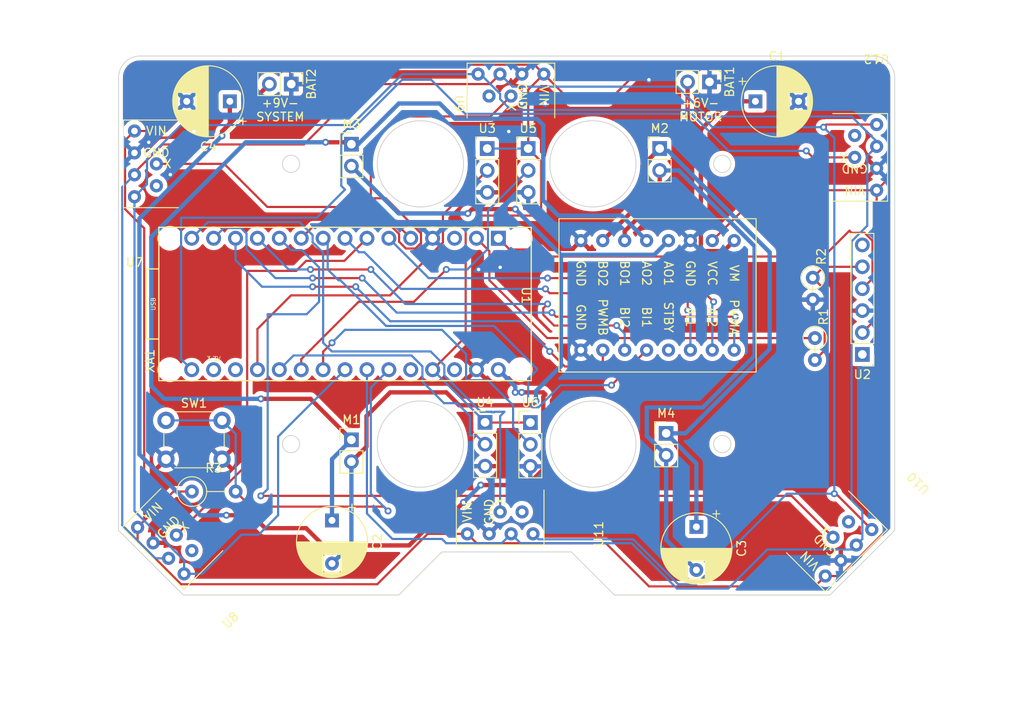
<source format=kicad_pcb>
(kicad_pcb (version 20211014) (generator pcbnew)
  (layers (0 "F.Cu" signal) (31 "B.Cu" signal) (34 "B.Paste" user) (35 "F.Paste" user) (36 "B.SilkS" user "B.Silkscreen") (37 "F.SilkS" user "F.Silkscreen") (38 "B.Mask" user) (39 "F.Mask" user) (44 "Edge.Cuts" user))
  (net 0 "")
  (net 1 "Net-(M1-Pad1)")
  (net 2 "Net-(M1-Pad2)")
  (net 3 "Net-(M2-Pad1)")
  (net 4 "Net-(M2-Pad2)")
  (net 5 "Net-(R1-Pad1)")
  (net 6 "Net-(R1-Pad2)")
  (net 7 "GND")
  (net 9 "+5V")
  (net 10 "Net-(U2-Pad4)")
  (net 12 "Net-(U3-Pad2)")
  (net 13 "Net-(U4-Pad2)")
  (net 14 "Net-(U5-Pad2)")
  (net 15 "Net-(U6-Pad2)")
  (net 16 "Net-(U10-Pad3)")
  (net 17 "Net-(U10-Pad4)")
  (net 18 "Net-(R3-Pad2)")
  (net 20 "Net-(U1-Pad10)")
  (net 22 "Net-(U1-Pad11)")
  (net 24 "Net-(U10-Pad5)")
  (net 26 "Net-(U11-Pad5)")
  (net 28 "Net-(U12-Pad5)")
  (net 30 "+9V")
  (net 32 "Net-(U1-Pad14)")
  (net 33 "+6V")
  (net 35 "+3.3V")
  (net 36 "Net-(U1-Pad15)")
  (net 37 "Net-(U1-Pad16)")
  (net 38 "Net-(U1-Pad12)")
  (net 40 "Net-(XA1-PadD4)")
  (net 41 "Net-(XA1-PadD2)")
  (net 43 "Net-(XA1-PadD7)")
  (footprint "Connector_PinHeader_2.54mm:PinHeader_1x02_P2.54mm_Vertical" (layer "F.Cu") (at 157 55.225)
    (fp_text reference "M3")
    (fp_text value "Motor_DC")
  )
  (footprint "Connector_PinHeader_2.54mm:PinHeader_1x03_P2.54mm_Vertical" (layer "F.Cu") (at 172.75 55.725)
    (fp_text reference "U3")
    (fp_text value "QRE1113-LINE_SENSOR")
  )
  (footprint "Connector_PinHeader_2.54mm:PinHeader_1x03_P2.54mm_Vertical" (layer "F.Cu") (at 172.5 87.475)
    (fp_text reference "U4")
    (fp_text value "QRE1113-LINE_SENSOR")
  )
  (footprint "Capacitor_THT:CP_Radial_D8.0mm_P5.00mm" (layer "F.Cu") (at 142.902651 50.25 180)
    (fp_text reference "C4")
    (fp_text value "C_Polarized_US")
  )
  (footprint "Connector_PinHeader_2.54mm:PinHeader_1x06_P2.54mm_Vertical" (layer "F.Cu") (at 216.25 79.6 180)
    (fp_text reference "U2")
    (fp_text value "hc-05_BLUETOOTH_MODULE")
  )
  (footprint "Connector_PinHeader_2.54mm:PinHeader_1x02_P2.54mm_Vertical" (layer "F.Cu") (at 198.525 48 -90)
    (fp_text reference "BAT1")
    (fp_text value "6V")
  )
  (footprint "custom:VL53L0X-GY530" (layer "F.Cu") (at 170.44 100.405 90)
    (fp_text reference "U11")
    (fp_text value "VL53L0X-GY530")
  )
  (footprint "Connector_PinHeader_2.54mm:PinHeader_1x02_P2.54mm_Vertical" (layer "F.Cu") (at 192.75 55.725)
    (fp_text reference "M2")
    (fp_text value "Motor_DC")
  )
  (footprint "custom:VL53L0X-GY530" (layer "F.Cu") (at 179.31 47.095 -90)
    (fp_text reference "U9")
    (fp_text value "VL53L0X-GY530")
  )
  (footprint "Connector_PinHeader_2.54mm:PinHeader_1x02_P2.54mm_Vertical" (layer "F.Cu") (at 193.5 88.75)
    (fp_text reference "M4")
    (fp_text value "Motor_DC")
  )
  (footprint "Connector_PinHeader_2.54mm:PinHeader_1x02_P2.54mm_Vertical" (layer "F.Cu") (at 157 89.5)
    (fp_text reference "M1")
    (fp_text value "Motor_DC")
  )
  (footprint "Button_Switch_THT:SW_PUSH_6mm_H4.3mm" (layer "F.Cu") (at 135.5 87.25)
    (fp_text reference "SW1")
    (fp_text value "SW_Push")
  )
  (footprint "Resistor_THT:R_Axial_DIN0207_L6.3mm_D2.5mm_P2.54mm_Vertical" (layer "F.Cu") (at 210.5 70.705 -90)
    (fp_text reference "R2")
    (fp_text value "2K")
  )
  (footprint "Connector_PinHeader_2.54mm:PinHeader_1x02_P2.54mm_Vertical" (layer "F.Cu") (at 150.025 48.25 -90)
    (fp_text reference "BAT2")
    (fp_text value "BC9VPC")
  )
  (footprint "Resistor_THT:R_Axial_DIN0309_L9.0mm_D3.2mm_P5.08mm_Vertical" (layer "F.Cu") (at 138.5 95.5)
    (fp_text reference "R3")
    (fp_text value "R")
  )
  (footprint "custom:VL53L0X-GY530" (layer "F.Cu") (at 211.953949 105.296051 135)
    (fp_text reference "U10")
    (fp_text value "VL53L0X-GY530")
  )
  (footprint "custom:VL53L0X-GY530" (layer "F.Cu") (at 132.208885 99.652962 45)
    (fp_text reference "U8")
    (fp_text value "VL53L0X-GY530")
  )
  (footprint "Resistor_THT:R_Axial_DIN0207_L6.3mm_D2.5mm_P2.54mm_Vertical" (layer "F.Cu") (at 210.75 77.705 -90)
    (fp_text reference "R1")
    (fp_text value "1K")
  )
  (footprint "custom:VL53L0X-GY530" (layer "F.Cu") (at 131.845 53.69)
    (fp_text reference "U7")
    (fp_text value "VL53L0X-GY530")
  )
  (footprint "custom:tb6612fng" (layer "F.Cu") (at 201.39 66.4 -90)
    (fp_text reference "U1")
    (fp_text value "TB6612FNG")
  )
  (footprint "Capacitor_THT:CP_Radial_D8.0mm_P5.00mm" (layer "F.Cu") (at 197 99.597349 -90)
    (fp_text reference "C3")
    (fp_text value "C_Polarized_US")
  )
  (footprint "Capacitor_THT:CP_Radial_D8.0mm_P5.00mm" (layer "F.Cu") (at 203.847349 50.25)
    (fp_text reference "C1")
    (fp_text value "C_Polarized_US")
  )
  (footprint "Connector_PinHeader_2.54mm:PinHeader_1x03_P2.54mm_Vertical" (layer "F.Cu") (at 177.5 55.725)
    (fp_text reference "U5")
    (fp_text value "QRE1113-LINE_SENSOR")
  )
  (footprint "Capacitor_THT:CP_Radial_D8.0mm_P5.00mm" (layer "F.Cu") (at 154.75 98.847349 -90)
    (fp_text reference "C2")
    (fp_text value "C_Polarized_US")
  )
  (footprint "Arduino:Arduino_Nano_Socket" (layer "F.Cu") (at 134.672 73.75 -90)
    (fp_text reference "XA1")
    (fp_text value "Arduino_Nano_Socket")
  )
  (footprint "custom:VL53L0X-GY530" (layer "F.Cu") (at 217.905 60.56 180)
    (fp_text reference "U12")
    (fp_text value "VL53L0X-GY530")
  )
  (footprint "Connector_PinHeader_2.54mm:PinHeader_1x03_P2.54mm_Vertical" (layer "F.Cu") (at 177.75 87.5)
    (fp_text reference "U6")
    (fp_text value "QRE1113-LINE_SENSOR")
  )
  (gr_line (start 175 102.5) (end 167.5 102.5) (layer "Edge.Cuts") (width 0.1))
  (gr_line (start 187.5 107.5) (end 212.5 107.5) (layer "Edge.Cuts") (width 0.1))
  (gr_circle (center 165 90) (end 170 90) (layer "Edge.Cuts") (width 0.1) (fill none))
  (gr_circle (center 185 90) (end 190 90) (layer "Edge.Cuts") (width 0.1) (fill none))
  (gr_line (start 162.5 107.5) (end 137.5 107.5) (layer "Edge.Cuts") (width 0.1))
  (gr_line (start 132.5 45) (end 217.5 45) (layer "Edge.Cuts") (width 0.1))
  (gr_line (start 182.5 102.5) (end 187.5 107.5) (layer "Edge.Cuts") (width 0.1))
  (gr_line (start 175 102.5) (end 182.5 102.5) (layer "Edge.Cuts") (width 0.1))
  (gr_line (start 220 47.5) (end 220 100) (layer "Edge.Cuts") (width 0.1))
  (gr_line (start 167.5 102.5) (end 162.5 107.5) (layer "Edge.Cuts") (width 0.1))
  (gr_line (start 220 100) (end 212.5 107.5) (layer "Edge.Cuts") (width 0.1))
  (gr_circle (center 185 57.5) (end 190 57.5) (layer "Edge.Cuts") (width 0.1) (fill none))
  (gr_circle (center 150 57.5) (end 149 57.5) (layer "Edge.Cuts") (width 0.1) (fill none))
  (gr_line (start 130 100) (end 137.5 107.5) (layer "Edge.Cuts") (width 0.1))
  (gr_arc (start 130 47.5) (mid 130.732233 45.732233) (end 132.5 45) (layer "Edge.Cuts") (width 0.1))
  (gr_circle (center 165 57.5) (end 170 57.5) (layer "Edge.Cuts") (width 0.1) (fill none))
  (gr_arc (start 217.5 45) (mid 219.267767 45.732233) (end 220 47.5) (layer "Edge.Cuts") (width 0.1))
  (gr_circle (center 200 90) (end 201 90) (layer "Edge.Cuts") (width 0.1) (fill none))
  (gr_circle (center 200 57.5) (end 201 57.5) (layer "Edge.Cuts") (width 0.1) (fill none))
  (gr_circle (center 150 90) (end 149 90) (layer "Edge.Cuts") (width 0.1) (fill none))
  (gr_line (start 130 100) (end 130 47.5) (layer "Edge.Cuts") (width 0.1))
  (gr_text "+6V-\nMOTOR" (at 197.5 51.25) (layer "F.SilkS") (effects (font (size 1 1))))
  (gr_text "+9V-\nSYSTEM" (at 148.75 51.25) (layer "F.SilkS") (effects (font (size 1 1))))
  (segment (start 152.25 84.75) (end 146.5 84.75) (width 0.5) (layer "F.Cu") (net 1))
  (segment (start 154 55) (end 156.775 55) (width 0.5) (layer "F.Cu") (net 1))
  (segment (start 157 89.5) (end 152.25 84.75) (width 0.5) (layer "F.Cu") (net 1))
  (segment (start 156.775 55) (end 157 55.225) (width 0.5) (layer "F.Cu") (net 1))
  (via (at 154 55) (size 0.8) (drill 0.4) (layers "F.Cu" "B.Cu") (net 1))
  (via (at 146.5 84.75) (size 0.8) (drill 0.4) (layers "F.Cu" "B.Cu") (net 1))
  (segment (start 133.793597 83.252108) (end 133.793597 65.956403) (width 0.5) (layer "B.Cu") (net 1))
  (segment (start 178.525 52.275) (end 179.25 53) (width 0.5) (layer "B.Cu") (net 1))
  (segment (start 154.75 91.75) (end 154.75 98.847349) (width 0.5) (layer "B.Cu") (net 1))
  (segment (start 179.25 53) (end 179.25 61.75) (width 0.5) (layer "B.Cu") (net 1))
  (segment (start 179.25 61.75) (end 181 63.5) (width 0.5) (layer "B.Cu") (net 1))
  (segment (start 135.291489 84.75) (end 133.793597 83.252108) (width 0.5) (layer "B.Cu") (net 1))
  (segment (start 169.025 52.275) (end 178.525 52.275) (width 0.5) (layer "B.Cu") (net 1))
  (segment (start 157.775 55.225) (end 162.5 50.5) (width 0.5) (layer "B.Cu") (net 1))
  (segment (start 146.5 84.75) (end 135.291489 84.75) (width 0.5) (layer "B.Cu") (net 1))
  (segment (start 157 89.5) (end 154.75 91.75) (width 0.5) (layer "B.Cu") (net 1))
  (segment (start 188.33 63.5) (end 191.23 66.4) (width 0.5) (layer "B.Cu") (net 1))
  (segment (start 133.793597 65.956403) (end 144.75 55) (width 0.5) (layer "B.Cu") (net 1))
  (segment (start 181 63.5) (end 188.33 63.5) (width 0.5) (layer "B.Cu") (net 1))
  (segment (start 167.25 50.5) (end 169.025 52.275) (width 0.5) (layer "B.Cu") (net 1))
  (segment (start 144.75 55) (end 154 55) (width 0.5) (layer "B.Cu") (net 1))
  (segment (start 162.5 50.5) (end 167.25 50.5) (width 0.5) (layer "B.Cu") (net 1))
  (segment (start 157 55.225) (end 157.775 55.225) (width 0.5) (layer "B.Cu") (net 1))
  (segment (start 170.5 63.25) (end 171 62.75) (width 0.5) (layer "F.Cu") (net 2))
  (segment (start 169.5 85.5) (end 168 84) (width 0.5) (layer "F.Cu") (net 2))
  (segment (start 161.5 84) (end 158.75 86.75) (width 0.5) (layer "F.Cu") (net 2))
  (segment (start 168 84) (end 161.5 84) (width 0.5) (layer "F.Cu") (net 2))
  (segment (start 178.4005 85) (end 177.9005 85.5) (width 0.5) (layer "F.Cu") (net 2))
  (segment (start 158.75 86.75) (end 158.75 90.29) (width 0.5) (layer "F.Cu") (net 2))
  (segment (start 171 62.75) (end 176 62.75) (width 0.5) (layer "F.Cu") (net 2))
  (segment (start 158.75 90.29) (end 157 92.04) (width 0.5) (layer "F.Cu") (net 2))
  (segment (start 177.9005 85.5) (end 169.5 85.5) (width 0.5) (layer "F.Cu") (net 2))
  (via (at 170.5 63.25) (size 0.8) (drill 0.4) (layers "F.Cu" "B.Cu") (net 2))
  (via (at 178.4005 85) (size 0.8) (drill 0.4) (layers "F.Cu" "B.Cu") (net 2))
  (via (at 176 62.75) (size 0.8) (drill 0.4) (layers "F.Cu" "B.Cu") (net 2))
  (segment (start 181.297414 68.047414) (end 192.122586 68.047414) (width 0.5) (layer "B.Cu") (net 2))
  (segment (start 157 57.765) (end 162.485 63.25) (width 0.5) (layer "B.Cu") (net 2))
  (segment (start 162.485 63.25) (end 170.5 63.25) (width 0.5) (layer "B.Cu") (net 2))
  (segment (start 176 62.75) (end 181.297414 68.047414) (width 0.5) (layer "B.Cu") (net 2))
  (segment (start 178.4005 85) (end 178.4005 83.8495) (width 0.5) (layer "B.Cu") (net 2))
  (segment (start 192.122586 68.047414) (end 193.77 66.4) (width 0.5) (layer "B.Cu") (net 2))
  (segment (start 157 101.597349) (end 154.75 103.847349) (width 0.5) (layer "B.Cu") (net 2))
  (segment (start 157 92.04) (end 157 101.597349) (width 0.5) (layer "B.Cu") (net 2))
  (segment (start 181.297414 80.952586) (end 181.297414 68.047414) (width 0.5) (layer "B.Cu") (net 2))
  (segment (start 178.4005 83.8495) (end 181.297414 80.952586) (width 0.5) (layer "B.Cu") (net 2))
  (segment (start 190.75 61.8) (end 186.15 66.4) (width 0.5) (layer "F.Cu") (net 3))
  (segment (start 192.75 55.725) (end 190.75 57.725) (width 0.5) (layer "F.Cu") (net 3))
  (segment (start 190.75 57.725) (end 190.75 61.8) (width 0.5) (layer "F.Cu") (net 3))
  (segment (start 193.5 88.75) (end 195.73995 88.75) (width 0.5) (layer "B.Cu") (net 3))
  (segment (start 193.75 56) (end 193.025 56) (width 0.5) (layer "B.Cu") (net 3))
  (segment (start 205.5 78.98995) (end 205.5 67.75) (width 0.5) (layer "B.Cu") (net 3))
  (segment (start 193.025 56) (end 192.75 55.725) (width 0.5) (layer "B.Cu") (net 3))
  (segment (start 195.73995 88.75) (end 205.5 78.98995) (width 0.5) (layer "B.Cu") (net 3))
  (segment (start 205.5 67.75) (end 193.75 56) (width 0.5) (layer "B.Cu") (net 3))
  (segment (start 197 92.25) (end 197 99.597349) (width 0.5) (layer "B.Cu") (net 3))
  (segment (start 193.5 88.75) (end 197 92.25) (width 0.5) (layer "B.Cu") (net 3))
  (segment (start 188.69 65.31) (end 188.69 66.4) (width 0.5) (layer "F.Cu") (net 4))
  (segment (start 192.75 61.25) (end 188.69 65.31) (width 0.5) (layer "F.Cu") (net 4))
  (segment (start 192.75 58.265) (end 192.75 61.25) (width 0.5) (layer "F.Cu") (net 4))
  (segment (start 197.75 85.75) (end 191.25 85.75) (width 0.5) (layer "B.Cu") (net 4))
  (segment (start 193.5 101.097349) (end 197 104.597349) (width 0.5) (layer "B.Cu") (net 4))
  (segment (start 194.969027 58.265) (end 203.75 67.045973) (width 0.5) (layer "B.Cu") (net 4))
  (segment (start 193.5 91.29) (end 193.5 101.097349) (width 0.5) (layer "B.Cu") (net 4))
  (segment (start 203.75 79.75) (end 197.75 85.75) (width 0.5) (layer "B.Cu") (net 4))
  (segment (start 191.25 85.75) (end 191.25 89.04) (width 0.5) (layer "B.Cu") (net 4))
  (segment (start 192.75 58.265) (end 194.969027 58.265) (width 0.5) (layer "B.Cu") (net 4))
  (segment (start 203.75 67.045973) (end 203.75 79.75) (width 0.5) (layer "B.Cu") (net 4))
  (segment (start 191.25 89.04) (end 193.5 91.29) (width 0.5) (layer "B.Cu") (net 4))
  (segment (start 179.705 77.705) (end 173 71) (width 0.25) (layer "F.Cu") (net 5))
  (segment (start 210.75 77.705) (end 179.705 77.705) (width 0.25) (layer "F.Cu") (net 5))
  (segment (start 173 67.628) (end 171.502 66.13) (width 0.25) (layer "F.Cu") (net 5))
  (segment (start 173 71) (end 173 67.628) (width 0.25) (layer "F.Cu") (net 5))
  (segment (start 211.875 72.08) (end 210.5 70.705) (width 0.25) (layer "F.Cu") (net 6))
  (segment (start 210.75 80.245) (end 211.875 79.12) (width 0.25) (layer "F.Cu") (net 6))
  (segment (start 211.875 79.12) (end 211.875 72.08) (width 0.25) (layer "F.Cu") (net 6))
  (segment (start 216.25 69.44) (end 211.765 69.44) (width 0.25) (layer "F.Cu") (net 6))
  (segment (start 211.765 69.44) (end 210.5 70.705) (width 0.25) (layer "F.Cu") (net 6))
  (via (at 171.75 69.75) (size 0.8) (drill 0.4) (layers "F.Cu" "B.Cu") (net 7))
  (via (at 175.25 53.75) (size 0.8) (drill 0.4) (layers "F.Cu" "B.Cu") (net 7))
  (via (at 138.75 53.75) (size 0.8) (drill 0.4) (layers "F.Cu" "B.Cu") (net 7))
  (via (at 133.5 55) (size 0.8) (drill 0.4) (layers "F.Cu" "B.Cu") (net 7))
  (via (at 174.25 69.5) (size 0.8) (drill 0.4) (layers "F.Cu" "B.Cu") (net 7))
  (via (at 136 58.75) (size 0.8) (drill 0.4) (layers "F.Cu" "B.Cu") (net 7))
  (via (at 179.5 50.5) (size 0.8) (drill 0.4) (layers "F.Cu" "B.Cu") (net 7))
  (via (at 191.5 47.75) (size 0.8) (drill 0.4) (layers "F.Cu" "B.Cu") (net 7))
  (via (at 176.75 50.5) (size 0.8) (drill 0.4) (layers "F.Cu" "B.Cu") (net 7))
  (segment (start 138.75 56) (end 138.75 53.75) (width 0.5) (layer "B.Cu") (net 7))
  (segment (start 136 58.75) (end 138.75 56) (width 0.5) (layer "B.Cu") (net 7))
  (segment (start 174 69.75) (end 174.25 69.5) (width 0.5) (layer "B.Cu") (net 7))
  (segment (start 171.75 69.75) (end 174 69.75) (width 0.5) (layer "B.Cu") (net 7))
  (segment (start 176.75 50.5) (end 179.5 50.5) (width 0.5) (layer "B.Cu") (net 7))
  (segment (start 137.25 106.25) (end 132.208885 101.208885) (width 0.25) (layer "F.Cu") (net 9))
  (segment (start 171.527 101.492) (end 186.508 101.492) (width 0.25) (layer "F.Cu") (net 9))
  (segment (start 135.56 53.69) (end 137.875 51.375) (width 0.25) (layer "F.Cu") (net 9))
  (segment (start 218.75 100.25) (end 213.703949 105.296051) (width 0.25) (layer "F.Cu") (net 9))
  (segment (start 139.125 51.375) (end 144.5 46) (width 0.25) (layer "F.Cu") (net 9))
  (segment (start 210.75 106.5) (end 211.953949 105.296051) (width 0.25) (layer "F.Cu") (net 9))
  (segment (start 132.970884 64.970884) (end 130.75 62.75) (width 0.25) (layer "F.Cu") (net 9))
  (segment (start 170.44 100.405) (end 165.845 100.405) (width 0.25) (layer "F.Cu") (net 9))
  (segment (start 170.25 65.25) (end 172 63.5) (width 0.25) (layer "F.Cu") (net 9))
  (segment (start 172 63.5) (end 179 63.5) (width 0.25) (layer "F.Cu") (net 9))
  (segment (start 218.75 99.25) (end 218.75 100.25) (width 0.25) (layer "F.Cu") (net 9))
  (segment (start 178.215 46) (end 179.31 47.095) (width 0.25) (layer "F.Cu") (net 9))
  (segment (start 130.75 54.785) (end 131.845 53.69) (width 0.25) (layer "F.Cu") (net 9))
  (segment (start 182.465 50.25) (end 186.75 50.25) (width 0.25) (layer "F.Cu") (net 9))
  (segment (start 179 57.225) (end 177.5 55.725) (width 0.25) (layer "F.Cu") (net 9))
  (segment (start 186.508 101.492) (end 191.516 106.5) (width 0.25) (layer "F.Cu") (net 9))
  (segment (start 198.85 66.4) (end 204.69 60.56) (width 0.25) (layer "F.Cu") (net 9))
  (segment (start 214.25 46) (end 219.32386 51.07386) (width 0.25) (layer "F.Cu") (net 9))
  (segment (start 186.75 50.25) (end 191 46) (width 0.25) (layer "F.Cu") (net 9))
  (segment (start 131.845 53.69) (end 135.56 53.69) (width 0.25) (layer "F.Cu") (net 9))
  (segment (start 179 63.5) (end 179 57.225) (width 0.25) (layer "F.Cu") (net 9))
  (segment (start 132.970884 98.890963) (end 132.970884 64.970884) (width 0.25) (layer "F.Cu") (net 9))
  (segment (start 213.703949 105.296051) (end 211.953949 105.296051) (width 0.25) (layer "F.Cu") (net 9))
  (segment (start 217.905 75.405) (end 216.25 77.06) (width 0.25) (layer "F.Cu") (net 9))
  (segment (start 170.25 77.542) (end 170.25 65.25) (width 0.25) (layer "F.Cu") (net 9))
  (segment (start 136.361847 95.5) (end 138.5 95.5) (width 0.25) (layer "F.Cu") (net 9))
  (segment (start 191 46) (end 214.25 46) (width 0.25) (layer "F.Cu") (net 9))
  (segment (start 177.5 48.905) (end 179.31 47.095) (width 0.25) (layer "F.Cu") (net 9))
  (segment (start 132.208885 101.208885) (end 132.208885 99.652962) (width 0.25) (layer "F.Cu") (net 9))
  (segment (start 177.5 55.725) (end 177.5 48.905) (width 0.25) (layer "F.Cu") (net 9))
  (segment (start 179.31 47.095) (end 182.465 50.25) (width 0.25) (layer "F.Cu") (net 9))
  (segment (start 177.75 87.5) (end 172.525 87.5) (width 0.25) (layer "F.Cu") (net 9))
  (segment (start 166.422 81.37) (end 170.25 77.542) (width 0.25) (layer "F.Cu") (net 9))
  (segment (start 217.905 98.405) (end 218.75 99.25) (width 0.25) (layer "F.Cu") (net 9))
  (segment (start 217.905 75.405) (end 217.905 98.405) (width 0.25) (layer "F.Cu") (net 9))
  (segment (start 191.516 106.5) (end 210.75 106.5) (width 0.25) (layer "F.Cu") (net 9))
  (segment (start 137.875 51.375) (end 139.125 51.375) (width 0.25) (layer "F.Cu") (net 9))
  (segment (start 170.44 100.405) (end 171.527 101.492) (width 0.25) (layer "F.Cu") (net 9))
  (segment (start 144.5 46) (end 178.215 46) (width 0.25) (layer "F.Cu") (net 9))
  (segment (start 160 106.25) (end 137.25 106.25) (width 0.25) (layer "F.Cu") (net 9))
  (segment (start 217.905 60.56) (end 217.905 75.405) (width 0.25) (layer "F.Cu") (net 9))
  (segment (start 204.69 60.56) (end 217.905 60.56) (width 0.25) (layer "F.Cu") (net 9))
  (segment (start 130.75 62.75) (end 130.75 54.785) (width 0.25) (layer "F.Cu") (net 9))
  (segment (start 219.32386 59.14114) (end 217.905 60.56) (width 0.25) (layer "F.Cu") (net 9))
  (segment (start 132.208885 99.652962) (end 132.970884 98.890963) (width 0.25) (layer "F.Cu") (net 9))
  (segment (start 219.32386 51.07386) (end 219.32386 59.14114) (width 0.25) (layer "F.Cu") (net 9))
  (segment (start 132.970884 98.890963) (end 136.361847 95.5) (width 0.25) (layer "F.Cu") (net 9))
  (segment (start 165.845 100.405) (end 160 106.25) (width 0.25) (layer "F.Cu") (net 9))
  (segment (start 166.422 81.37) (end 172.5 87.448) (width 0.25) (layer "B.Cu") (net 9))
  (segment (start 177.5 55.725) (end 172.75 55.725) (width 0.25) (layer "B.Cu") (net 9))
  (segment (start 172.5 87.448) (end 172.5 87.475) (width 0.25) (layer "B.Cu") (net 9))
  (segment (start 217.425 70.805) (end 216.25 71.98) (width 0.25) (layer "F.Cu") (net 10))
  (segment (start 175.342001 67.430001) (end 178.812002 67.430001) (width 0.25) (layer "F.Cu") (net 10))
  (segment (start 178.812002 67.430001) (end 179.632001 68.25) (width 0.25) (layer "F.Cu") (net 10))
  (segment (start 214.75 65.25) (end 215 65.5) (width 0.25) (layer "F.Cu") (net 10))
  (segment (start 174.042 66.13) (end 175.342001 67.430001) (width 0.25) (layer "F.Cu") (net 10))
  (segment (start 211.75 68.25) (end 214.75 65.25) (width 0.25) (layer "F.Cu") (net 10))
  (segment (start 215 65.5) (end 216.511701 65.5) (width 0.25) (layer "F.Cu") (net 10))
  (segment (start 217.425 66.413299) (end 217.425 70.805) (width 0.25) (layer "F.Cu") (net 10))
  (segment (start 179.632001 68.25) (end 211.75 68.25) (width 0.25) (layer "F.Cu") (net 10))
  (segment (start 216.511701 65.5) (end 217.425 66.413299) (width 0.25) (layer "F.Cu") (net 10))
  (segment (start 146.102 76.648) (end 146.102 81.37) (width 0.25) (layer "F.Cu") (net 12))
  (segment (start 150 72.75) (end 146.102 76.648) (width 0.25) (layer "F.Cu") (net 12))
  (segment (start 167.6106 63.4044) (end 167.6106 66.622335) (width 0.25) (layer "F.Cu") (net 12))
  (segment (start 161.482935 72.75) (end 150 72.75) (width 0.25) (layer "F.Cu") (net 12))
  (segment (start 167.6106 66.622335) (end 161.482935 72.75) (width 0.25) (layer "F.Cu") (net 12))
  (segment (start 172.75 58.265) (end 167.6106 63.4044) (width 0.25) (layer "F.Cu") (net 12))
  (segment (start 171.485 89) (end 172.5 90.015) (width 0.25) (layer "B.Cu") (net 13))
  (segment (start 169.25 85.25) (end 167.735 85.25) (width 0.25) (layer "B.Cu") (net 13))
  (segment (start 170.75 89) (end 171.485 89) (width 0.25) (layer "B.Cu") (net 13))
  (segment (start 163.968929 79.718929) (end 150.293071 79.718929) (width 0.25) (layer "B.Cu") (net 13))
  (segment (start 165.2334 80.9834) (end 163.968929 79.718929) (width 0.25) (layer "B.Cu") (net 13))
  (segment (start 169.25 85.25) (end 170.75 86.75) (width 0.25) (layer "B.Cu") (net 13))
  (segment (start 165.2334 82.7484) (end 165.2334 80.9834) (width 0.25) (layer "B.Cu") (net 13))
  (segment (start 150.293071 79.718929) (end 148.642 81.37) (width 0.25) (layer "B.Cu") (net 13))
  (segment (start 167.735 85.25) (end 165.2334 82.7484) (width 0.25) (layer "B.Cu") (net 13))
  (segment (start 170.75 86.75) (end 170.75 89) (width 0.25) (layer "B.Cu") (net 13))
  (segment (start 151.182 80.148686) (end 151.182 81.37) (width 0.25) (layer "F.Cu") (net 14))
  (segment (start 157.830686 73.5) (end 164.25 73.5) (width 0.25) (layer "F.Cu") (net 14))
  (segment (start 164.25 73.5) (end 168 69.75) (width 0.25) (layer "F.Cu") (net 14))
  (segment (start 151.182 80.148686) (end 157.830686 73.5) (width 0.25) (layer "F.Cu") (net 14))
  (via (at 168 69.75) (size 0.8) (drill 0.4) (layers "F.Cu" "B.Cu") (net 14))
  (segment (start 172.838036 62.926964) (end 177.5 58.265) (width 0.25) (layer "B.Cu") (net 14))
  (segment (start 172.838036 67.348036) (end 172.838036 62.926964) (width 0.25) (layer "B.Cu") (net 14))
  (segment (start 170.436072 69.75) (end 172.838036 67.348036) (width 0.25) (layer "B.Cu") (net 14))
  (segment (start 168 69.75) (end 170.436072 69.75) (width 0.25) (layer "B.Cu") (net 14))
  (segment (start 153.722 79.278) (end 153.722 81.37) (width 0.25) (layer "F.Cu") (net 15))
  (segment (start 154.75 78.25) (end 153.722 79.278) (width 0.25) (layer "F.Cu") (net 15))
  (via (at 154.75 78.25) (size 0.8) (drill 0.4) (layers "F.Cu" "B.Cu") (net 15))
  (segment (start 175.75 85.5) (end 175.75 88.04) (width 0.25) (layer "B.Cu") (net 15))
  (segment (start 170.298036 82.588036) (end 172.838036 82.588036) (width 0.25) (layer "B.Cu") (net 15))
  (segment (start 167.5 76.75) (end 156.25 76.75) (width 0.25) (layer "B.Cu") (net 15))
  (segment (start 170.298036 82.588036) (end 170.298036 79.548036) (width 0.25) (layer "B.Cu") (net 15))
  (segment (start 170.298036 79.548036) (end 167.5 76.75) (width 0.25) (layer "B.Cu") (net 15))
  (segment (start 172.838036 82.588036) (end 175.75 85.5) (width 0.25) (layer "B.Cu") (net 15))
  (segment (start 175.75 88.04) (end 177.75 90.04) (width 0.25) (layer "B.Cu") (net 15))
  (segment (start 156.25 76.75) (end 154.75 78.25) (width 0.25) (layer "B.Cu") (net 15))
  (segment (start 151.5 55.25) (end 158.5 48.25) (width 0.25) (layer "F.Cu") (net 16))
  (segment (start 131.845 58.77) (end 131.845 58.502749) (width 0.25) (layer "F.Cu") (net 16))
  (segment (start 173.075 48.25) (end 174.23 47.095) (width 0.25) (layer "F.Cu") (net 16))
  (segment (start 131.845 58.502749) (end 135.097749 55.25) (width 0.25) (layer "F.Cu") (net 16))
  (segment (start 135.097749 55.25) (end 151.5 55.25) (width 0.25) (layer "F.Cu") (net 16))
  (segment (start 158.5 48.25) (end 173.075 48.25) (width 0.25) (layer "F.Cu") (net 16))
  (segment (start 215 96.5) (end 216.25 97.75) (width 0.25) (layer "B.Cu") (net 16))
  (segment (start 176.607 101.492) (end 175.52 100.405) (width 0.25) (layer "B.Cu") (net 16))
  (segment (start 217.905 55.48) (end 216.818 56.567) (width 0.25) (layer "B.Cu") (net 16))
  (segment (start 130.42614 60.18886) (end 131.845 58.77) (width 0.25) (layer "B.Cu") (net 16))
  (segment (start 189.492 101.492) (end 176.607 101.492) (width 0.25) (layer "B.Cu") (net 16))
  (segment (start 158.802 81.37) (end 158.802 98.052) (width 0.25) (layer "B.Cu") (net 16))
  (segment (start 194.798 48.548) (end 198.25 52) (width 0.25) (layer "B.Cu") (net 16))
  (segment (start 217.905 54.905) (end 217.905 55.48) (width 0.25) (layer "B.Cu") (net 16))
  (segment (start 215 52) (end 217.905 54.905) (width 0.25) (layer "B.Cu") (net 16))
  (segment (start 216.818 64.670299) (end 215 66.488299) (width 0.25) (layer "B.Cu") (net 16))
  (segment (start 198.25 52) (end 215 52) (width 0.25) (layer "B.Cu") (net 16))
  (segment (start 215.546051 101.703949) (end 215.025217 102.224783) (width 0.25) (layer "B.Cu") (net 16))
  (segment (start 174.433 101.492) (end 167.992 101.492) (width 0.25) (layer "B.Cu") (net 16))
  (segment (start 215.025217 102.224783) (end 205.224783 102.224783) (width 0.25) (layer "B.Cu") (net 16))
  (segment (start 130.42614 99.407468) (end 130.42614 60.18886) (width 0.25) (layer "B.Cu") (net 16))
  (segment (start 200.699566 106.75) (end 194.75 106.75) (width 0.25) (layer "B.Cu") (net 16))
  (segment (start 216.25 97.75) (end 216.25 101) (width 0.25) (layer "B.Cu") (net 16))
  (segment (start 135.800987 103.245064) (end 134.263736 103.245064) (width 0.25) (layer "B.Cu") (net 16))
  (segment (start 216.25 101) (end 215.546051 101.703949) (width 0.25) (layer "B.Cu") (net 16))
  (segment (start 134.263736 103.245064) (end 130.42614 99.407468) (width 0.25) (layer "B.Cu") (net 16))
  (segment (start 174.23 47.095) (end 175.683 48.548) (width 0.25) (layer "B.Cu") (net 16))
  (segment (start 205.224783 102.224783) (end 200.699566 106.75) (width 0.25) (layer "B.Cu") (net 16))
  (segment (start 175.52 100.405) (end 174.433 101.492) (width 0.25) (layer "B.Cu") (net 16))
  (segment (start 175.683 48.548) (end 194.798 48.548) (width 0.25) (layer "B.Cu") (net 16))
  (segment (start 158.802 98.052) (end 161.75 101) (width 0.25) (layer "B.Cu") (net 16))
  (segment (start 194.75 106.75) (end 189.492 101.492) (width 0.25) (layer "B.Cu") (net 16))
  (segment (start 215 66.488299) (end 215 96.5) (width 0.25) (layer "B.Cu") (net 16))
  (segment (start 167.5 101) (end 161.75 101) (width 0.25) (layer "B.Cu") (net 16))
  (segment (start 167.992 101.492) (end 167.5 101) (width 0.25) (layer "B.Cu") (net 16))
  (segment (start 216.818 56.567) (end 216.818 64.670299) (width 0.25) (layer "B.Cu") (net 16))
  (segment (start 213.184206 95.75) (end 217.342103 99.907897) (width 0.25) (layer "F.Cu") (net 17))
  (segment (start 211.75 53.25) (end 212.06 52.94) (width 0.25) (layer "F.Cu") (net 17))
  (segment (start 213 95.75) (end 213.184206 95.75) (width 0.25) (layer "F.Cu") (net 17))
  (segment (start 212.06 52.94) (end 217.905 52.94) (width 0.25) (layer "F.Cu") (net 17))
  (via (at 211.75 53.25) (size 0.8) (drill 0.4) (layers "F.Cu" "B.Cu") (net 17))
  (via (at 213 95.75) (size 0.8) (drill 0.4) (layers "F.Cu" "B.Cu") (net 17))
  (segment (start 174.25 49.387749) (end 174.25 50) (width 0.25) (layer "B.Cu") (net 17))
  (segment (start 133.298 56.952) (end 137.25 53) (width 0.25) (layer "B.Cu") (net 17))
  (segment (start 162.905 47.095) (end 171.69 47.095) (width 0.25) (layer "B.Cu") (net 17))
  (segment (start 196.863604 51.25) (end 198.863604 53.25) (width 0.25) (layer "B.Cu") (net 17))
  (segment (start 144.25 100.5) (end 139.708884 105.041116) (width 0.25) (layer "B.Cu") (net 17))
  (segment (start 146.25 100.5) (end 144.25 100.5) (width 0.25) (layer "B.Cu") (net 17))
  (segment (start 131.845 61.31) (end 133.298 59.857) (width 0.25) (layer "B.Cu") (net 17))
  (segment (start 139.708884 105.041116) (end 137.597039 105.041116) (width 0.25) (layer "B.Cu") (net 17))
  (segment (start 194.886396 106.25) (end 189.678396 101.042) (width 0.25) (layer "B.Cu") (net 17))
  (segment (start 148.5 89.132) (end 148.5 98.25) (width 0.25) (layer "B.Cu") (net 17))
  (segment (start 175.5 51.25) (end 196.863604 51.25) (width 0.25) (layer "B.Cu") (net 17))
  (segment (start 148.5 98.25) (end 146.25 100.5) (width 0.25) (layer "B.Cu") (net 17))
  (segment (start 213 95.75) (end 207.5 95.75) (width 0.25) (layer "B.Cu") (net 17))
  (segment (start 157 53) (end 162.905 47.095) (width 0.25) (layer "B.Cu") (net 17))
  (segment (start 156.262 81.37) (end 148.5 89.132) (width 0.25) (layer "B.Cu") (net 17))
  (segment (start 178.697 101.042) (end 178.06 100.405) (width 0.25) (layer "B.Cu") (net 17))
  (segment (start 171.69 47.095) (end 171.957251 47.095) (width 0.25) (layer "B.Cu") (net 17))
  (segment (start 189.678396 101.042) (end 178.697 101.042) (width 0.25) (layer "B.Cu") (net 17))
  (segment (start 198.863604 53.25) (end 211.75 53.25) (width 0.25) (layer "B.Cu") (net 17))
  (segment (start 211.75 53.25) (end 213 54.5) (width 0.25) (layer "B.Cu") (net 17))
  (segment (start 137.597039 105.041116) (end 137.597039 103.503865) (width 0.25) (layer "B.Cu") (net 17))
  (segment (start 137.25 53) (end 157 53) (width 0.25) (layer "B.Cu") (net 17))
  (segment (start 174.25 50) (end 175.5 51.25) (width 0.25) (layer "B.Cu") (net 17))
  (segment (start 137.597039 103.503865) (end 131.845 97.751826) (width 0.25) (layer "B.Cu") (net 17))
  (segment (start 131.845 97.751826) (end 131.845 61.31) (width 0.25) (layer "B.Cu") (net 17))
  (segment (start 207.5 95.75) (end 197 106.25) (width 0.25) (layer "B.Cu") (net 17))
  (segment (start 213 54.5) (end 213 95.75) (width 0.25) (layer "B.Cu") (net 17))
  (segment (start 171.957251 47.095) (end 174.25 49.387749) (width 0.25) (layer "B.Cu") (net 17))
  (segment (start 197 106.25) (end 194.886396 106.25) (width 0.25) (layer "B.Cu") (net 17))
  (segment (start 133.298 59.857) (end 133.298 56.952) (width 0.25) (layer "B.Cu") (net 17))
  (segment (start 145.33 97.25) (end 143.58 95.5) (width 0.25) (layer "F.Cu") (net 18))
  (segment (start 160.75 97.25) (end 145.33 97.25) (width 0.25) (layer "F.Cu") (net 18))
  (segment (start 161.25 97.75) (end 160.75 97.25) (width 0.25) (layer "F.Cu") (net 18))
  (via (at 161.25 97.75) (size 0.8) (drill 0.4) (layers "F.Cu" "B.Cu") (net 18))
  (segment (start 143.58 88.83) (end 142 87.25) (width 0.25) (layer "B.Cu") (net 18))
  (segment (start 161.342 81.37) (end 159.252 83.46) (width 0.25) (layer "B.Cu") (net 18))
  (segment (start 143.58 95.5) (end 143.58 88.83) (width 0.25) (layer "B.Cu") (net 18))
  (segment (start 159.252 95.752) (end 161.25 97.75) (width 0.25) (layer "B.Cu") (net 18))
  (segment (start 159.252 83.46) (end 159.252 95.752) (width 0.25) (layer "B.Cu") (net 18))
  (segment (start 142 87.25) (end 135.5 87.25) (width 0.25) (layer "B.Cu") (net 18))
  (segment (start 181.75 81) (end 185.5 81) (width 0.25) (layer "F.Cu") (net 20))
  (segment (start 180 79.25) (end 181.75 81) (width 0.25) (layer "F.Cu") (net 20))
  (segment (start 185.5 81) (end 186.15 80.35) (width 0.25) (layer "F.Cu") (net 20))
  (segment (start 186.15 80.35) (end 186.15 79.1) (width 0.25) (layer "F.Cu") (net 20))
  (segment (start 152.5 71.75) (end 157.5 71.75) (width 0.25) (layer "F.Cu") (net 20))
  (via (at 180 79.25) (size 0.8) (drill 0.4) (layers "F.Cu" "B.Cu") (net 20))
  (via (at 157.5 71.75) (size 0.8) (drill 0.4) (layers "F.Cu" "B.Cu") (net 20))
  (via (at 152.5 71.75) (size 0.8) (drill 0.4) (layers "F.Cu" "B.Cu") (net 20))
  (segment (start 146.642 71.75) (end 152.5 71.75) (width 0.25) (layer "B.Cu") (net 20))
  (segment (start 146.642 71.75) (end 143.562 68.67) (width 0.25) (layer "B.Cu") (net 20))
  (segment (start 180 79.25) (end 176.5 75.75) (width 0.25) (layer "B.Cu") (net 20))
  (segment (start 143.562 68.67) (end 143.562 66.13) (width 0.25) (layer "B.Cu") (net 20))
  (segment (start 176.5 75.75) (end 161.5 75.75) (width 0.25) (layer "B.Cu") (net 20))
  (segment (start 161.5 75.75) (end 157.5 71.75) (width 0.25) (layer "B.Cu") (net 20))
  (segment (start 179.75 73.75) (end 179.25 74.25) (width 0.25) (layer "F.Cu") (net 22))
  (segment (start 180.5 76.25) (end 187.75 76.25) (width 0.25) (layer "F.Cu") (net 22))
  (segment (start 179.25 74.25) (end 179.25 75) (width 0.25) (layer "F.Cu") (net 22))
  (segment (start 152.25 69.75) (end 159.25 69.75) (width 0.25) (layer "F.Cu") (net 22))
  (segment (start 179.25 75) (end 180.5 76.25) (width 0.25) (layer "F.Cu") (net 22))
  (via (at 152.25 69.75) (size 0.8) (drill 0.4) (layers "F.Cu" "B.Cu") (net 22))
  (via (at 159.25 69.75) (size 0.8) (drill 0.4) (layers "F.Cu" "B.Cu") (net 22))
  (via (at 179.75 73.75) (size 0.8) (drill 0.4) (layers "F.Cu" "B.Cu") (net 22))
  (via (at 187.75 76.25) (size 0.8) (drill 0.4) (layers "F.Cu" "B.Cu") (net 22))
  (segment (start 163.25 73.75) (end 179.75 73.75) (width 0.25) (layer "B.Cu") (net 22))
  (segment (start 187.75 76.25) (end 188.69 77.19) (width 0.25) (layer "B.Cu") (net 22))
  (segment (start 159.25 69.75) (end 163.25 73.75) (width 0.25) (layer "B.Cu") (net 22))
  (segment (start 188.69 77.19) (end 188.69 79.1) (width 0.25) (layer "B.Cu") (net 22))
  (segment (start 149.722 69.75) (end 146.102 66.13) (width 0.25) (layer "B.Cu") (net 22))
  (segment (start 149.722 69.75) (end 152.25 69.75) (width 0.25) (layer "B.Cu") (net 22))
  (segment (start 208.046052 96) (end 212.851975 100.805923) (width 0.25) (layer "F.Cu") (net 24))
  (segment (start 146.5 96) (end 208.046052 96) (width 0.25) (layer "F.Cu") (net 24))
  (via (at 146.5 96) (size 0.8) (drill 0.4) (layers "F.Cu" "B.Cu") (net 24))
  (segment (start 153.25 73.5) (end 153.25 69.5) (width 0.25) (layer "B.Cu") (net 24))
  (segment (start 147.2906 95.2094) (end 146.5 96) (width 0.25) (layer "B.Cu") (net 24))
  (segment (start 147.2906 74.9386) (end 147.2906 95.2094) (width 0.25) (layer "B.Cu") (net 24))
  (segment (start 147.2906 74.9386) (end 151.8114 74.9386) (width 0.25) (layer "B.Cu") (net 24))
  (segment (start 151.8114 74.9386) (end 153.25 73.5) (width 0.25) (layer "B.Cu") (net 24))
  (segment (start 150.012 67.5) (end 148.642 66.13) (width 0.25) (layer "B.Cu") (net 24))
  (segment (start 151.25 67.5) (end 150.012 67.5) (width 0.25) (layer "B.Cu") (net 24))
  (segment (start 153.25 69.5) (end 151.25 67.5) (width 0.25) (layer "B.Cu") (net 24))
  (segment (start 152.5 65.767065) (end 150.982935 64.25) (width 0.25) (layer "B.Cu") (net 26))
  (segment (start 153.722 67.810935) (end 152.5 66.588935) (width 0.25) (layer "B.Cu") (net 26))
  (segment (start 153.722 78.247305) (end 154.724695 79.25) (width 0.25) (layer "B.Cu") (net 26))
  (segment (start 140.362 64.25) (end 138.482 66.13) (width 0.25) (layer "B.Cu") (net 26))
  (segment (start 152.5 66.588935) (end 152.5 65.767065) (width 0.25) (layer "B.Cu") (net 26))
  (segment (start 172 86.25) (end 173.25 86.25) (width 0.25) (layer "B.Cu") (net 26))
  (segment (start 167.7734 80.844598) (end 167.7734 82.0234) (width 0.25) (layer "B.Cu") (net 26))
  (segment (start 174.75 86.25) (end 174.25 86.75) (width 0.25) (layer "B.Cu") (net 26))
  (segment (start 174.25 86.75) (end 174.25 97.865) (width 0.25) (layer "B.Cu") (net 26))
  (segment (start 153.722 78.247305) (end 153.722 67.810935) (width 0.25) (layer "B.Cu") (net 26))
  (segment (start 150.982935 64.25) (end 140.362 64.25) (width 0.25) (layer "B.Cu") (net 26))
  (segment (start 173.25 86.25) (end 173.25 86.3) (width 0.25) (layer "B.Cu") (net 26))
  (segment (start 166.178802 79.25) (end 167.7734 80.844598) (width 0.25) (layer "B.Cu") (net 26))
  (segment (start 173.25 86.3) (end 173.55 86.3) (width 0.25) (layer "B.Cu") (net 26))
  (segment (start 167.7734 82.0234) (end 172 86.25) (width 0.25) (layer "B.Cu") (net 26))
  (segment (start 173.55 86.3) (end 173.6 86.25) (width 0.25) (layer "B.Cu") (net 26))
  (segment (start 154.724695 79.25) (end 166.178802 79.25) (width 0.25) (layer "B.Cu") (net 26))
  (segment (start 173.6 86.25) (end 174.75 86.25) (width 0.25) (layer "B.Cu") (net 26))
  (segment (start 209.75 56) (end 210.5 56.75) (width 0.25) (layer "F.Cu") (net 28))
  (segment (start 210.5 56.75) (end 215.365 56.75) (width 0.25) (layer "F.Cu") (net 28))
  (via (at 209.75 56) (size 0.8) (drill 0.4) (layers "F.Cu" "B.Cu") (net 28))
  (segment (start 170.2 51.7) (end 166.25 47.75) (width 0.25) (layer "B.Cu") (net 28))
  (segment (start 156.262 60.488) (end 153 63.75) (width 0.25) (layer "B.Cu") (net 28))
  (segment (start 162.886396 47.75) (end 157.186396 53.45) (width 0.25) (layer "B.Cu") (net 28))
  (segment (start 137.25 63.75) (end 137.25 80.138) (width 0.25) (layer "B.Cu") (net 28))
  (segment (start 155.825 54.125) (end 155.825 60.051) (width 0.25) (layer "B.Cu") (net 28))
  (segment (start 209.75 56) (end 200.75 56) (width 0.25) (layer "B.Cu") (net 28))
  (segment (start 200.75 56) (end 196.45 51.7) (width 0.25) (layer "B.Cu") (net 28))
  (segment (start 157.186396 53.45) (end 156.5 53.45) (width 0.25) (layer "B.Cu") (net 28))
  (segment (start 155.825 60.051) (end 156.262 60.488) (width 0.25) (layer "B.Cu") (net 28))
  (segment (start 166.25 47.75) (end 162.886396 47.75) (width 0.25) (layer "B.Cu") (net 28))
  (segment (start 137.25 80.138) (end 138.482 81.37) (width 0.25) (layer "B.Cu") (net 28))
  (segment (start 156.5 53.45) (end 155.825 54.125) (width 0.25) (layer "B.Cu") (net 28))
  (segment (start 153 63.75) (end 137.25 63.75) (width 0.25) (layer "B.Cu") (net 28))
  (segment (start 196.45 51.7) (end 170.2 51.7) (width 0.25) (layer "B.Cu") (net 28))
  (segment (start 177.418478 94.75) (end 179.25 92.918478) (width 0.5) (layer "F.Cu") (net 30))
  (segment (start 153.75 101.75) (end 163.686828 101.75) (width 0.5) (layer "F.Cu") (net 30))
  (segment (start 163.686828 101.75) (end 165.606828 99.83) (width 0.5) (layer "F.Cu") (net 30))
  (segment (start 179.25 84) (end 176.75 84) (width 0.5) (layer "F.Cu") (net 30))
  (segment (start 179.25 92.918478) (end 179.25 84.5) (width 0.5) (layer "F.Cu") (net 30))
  (segment (start 142.5 98.25) (end 145.5 98.25) (width 0.5) (layer "F.Cu") (net 30))
  (segment (start 151.75 99.75) (end 153.75 101.75) (width 0.5) (layer "F.Cu") (net 30))
  (segment (start 173.25 94.75) (end 177.418478 94.75) (width 0.5) (layer "F.Cu") (net 30))
  (segment (start 142 53.735) (end 142.902651 52.832349) (width 0.5) (layer "F.Cu") (net 30))
  (segment (start 145.5 98.25) (end 147 99.75) (width 0.5) (layer "F.Cu") (net 30))
  (segment (start 173.25 94.75) (end 172 94.75) (width 0.5) (layer "F.Cu") (net 30))
  (segment (start 166.92 99.83) (end 170 96.75) (width 0.5) (layer "F.Cu") (net 30))
  (segment (start 142 53.735) (end 142 54.25) (width 0.5) (layer "F.Cu") (net 30))
  (segment (start 165.606828 99.83) (end 166.92 99.83) (width 0.5) (layer "F.Cu") (net 30))
  (segment (start 179.5 84.25) (end 179.25 84) (width 0.5) (layer "F.Cu") (net 30))
  (segment (start 142.902651 52.832349) (end 142.902651 50.25) (width 0.5) (layer "F.Cu") (net 30))
  (segment (start 147.485 48.25) (end 142 53.735) (width 0.5) (layer "F.Cu") (net 30))
  (segment (start 179.25 84.5) (end 179.5 84.25) (width 0.5) (layer "F.Cu") (net 30))
  (segment (start 147 99.75) (end 151.75 99.75) (width 0.5) (layer "F.Cu") (net 30))
  (via (at 170 96.75) (size 0.8) (drill 0.4) (layers "F.Cu" "B.Cu") (net 30))
  (via (at 142 54.25) (size 0.8) (drill 0.4) (layers "F.Cu" "B.Cu") (net 30))
  (via (at 176 84) (size 0.8) (drill 0.4) (layers "F.Cu" "B.Cu") (net 30))
  (via (at 142.5 98.25) (size 0.8) (drill 0.4) (layers "F.Cu" "B.Cu") (net 30))
  (via (at 176.75 84) (size 0.8) (drill 0.4) (layers "F.Cu" "B.Cu") (net 30))
  (via (at 172 94.75) (size 0.8) (drill 0.4) (layers "F.Cu" "B.Cu") (net 30))
  (segment (start 132.42 91.187767) (end 139.482233 98.25) (width 0.5) (layer "B.Cu") (net 30))
  (segment (start 172 94.75) (end 170 96.75) (width 0.5) (layer "B.Cu") (net 30))
  (segment (start 176 84) (end 176 83.328) (width 0.5) (layer "B.Cu") (net 30))
  (segment (start 132.42 63.83) (end 132.42 91.187767) (width 0.5) (layer "B.Cu") (net 30))
  (segment (start 142 54.25) (end 132.42 63.83) (width 0.5) (layer "B.Cu") (net 30))
  (segment (start 176 83.328) (end 174.042 81.37) (width 0.5) (layer "B.Cu") (net 30))
  (segment (start 139.482233 98.25) (end 142.5 98.25) (width 0.5) (layer "B.Cu") (net 30))
  (segment (start 176.75 84) (end 176 84) (width 0.5) (layer "B.Cu") (net 30))
  (segment (start 180 72.5) (end 195.25 72.5) (width 0.25) (layer "F.Cu") (net 32))
  (segment (start 195.25 72.5) (end 196 73.25) (width 0.25) (layer "F.Cu") (net 32))
  (segment (start 196 73.25) (end 196 74.5) (width 0.25) (layer "F.Cu") (net 32))
  (segment (start 179.5 72) (end 180 72.5) (width 0.25) (layer "F.Cu") (net 32))
  (via (at 179.5 72) (size 0.8) (drill 0.4) (layers "F.Cu" "B.Cu") (net 32))
  (via (at 196 74.5) (size 0.8) (drill 0.4) (layers "F.Cu" "B.Cu") (net 32))
  (segment (start 162.75 72) (end 158.5 67.75) (width 0.25) (layer "B.Cu") (net 32))
  (segment (start 196.31 74.81) (end 196.31 79.1) (width 0.25) (layer "B.Cu") (net 32))
  (segment (start 179.5 72) (end 162.75 72) (width 0.25) (layer "B.Cu") (net 32))
  (segment (start 196 74.5) (end 196.31 74.81) (width 0.25) (layer "B.Cu") (net 32))
  (segment (start 157.882 67.75) (end 156.262 66.13) (width 0.25) (layer "B.Cu") (net 32))
  (segment (start 158.5 67.75) (end 157.882 67.75) (width 0.25) (layer "B.Cu") (net 32))
  (segment (start 197.522 53.522) (end 195.985 51.985) (width 0.5) (layer "F.Cu") (net 33))
  (segment (start 200.794 50.25) (end 203.847349 50.25) (width 0.5) (layer "F.Cu") (net 33))
  (segment (start 201.39 66.4) (end 200.178 67.612) (width 0.5) (layer "F.Cu") (net 33))
  (segment (start 195.985 51.985) (end 195.985 48) (width 0.5) (layer "F.Cu") (net 33))
  (segment (start 197.522 67.228) (end 197.522 53.522) (width 0.5) (layer "F.Cu") (net 33))
  (segment (start 197.862 67.612) (end 197.5 67.25) (width 0.5) (layer "F.Cu") (net 33))
  (segment (start 197.5 67.25) (end 197.522 67.228) (width 0.5) (layer "F.Cu") (net 33))
  (segment (start 197.522 53.522) (end 200.794 50.25) (width 0.5) (layer "F.Cu") (net 33))
  (segment (start 200.178 67.612) (end 197.862 67.612) (width 0.5) (layer "F.Cu") (net 33))
  (segment (start 179.75 70.75) (end 196.25 70.75) (width 0.25) (layer "F.Cu") (net 36))
  (segment (start 196.25 70.75) (end 199 73.5) (width 0.25) (layer "F.Cu") (net 36))
  (via (at 199 73.5) (size 0.8) (drill 0.4) (layers "F.Cu" "B.Cu") (net 36))
  (via (at 179.75 70.75) (size 0.8) (drill 0.4) (layers "F.Cu" "B.Cu") (net 36))
  (segment (start 165.962 70.75) (end 161.342 66.13) (width 0.25) (layer "B.Cu") (net 36))
  (segment (start 165.962 70.75) (end 179.75 70.75) (width 0.25) (layer "B.Cu") (net 36))
  (segment (start 199 73.5) (end 198.85 73.65) (width 0.25) (layer "B.Cu") (net 36))
  (segment (start 198.85 73.65) (end 198.85 79.1) (width 0.25) (layer "B.Cu") (net 36))
  (segment (start 180.725 75.225) (end 201.525 75.225) (width 0.25) (layer "F.Cu") (net 37))
  (segment (start 180.25 74.75) (end 180.725 75.225) (width 0.25) (layer "F.Cu") (net 37))
  (segment (start 152.5 70.75) (end 158.25 70.75) (width 0.25) (layer "F.Cu") (net 37))
  (via (at 158.25 70.75) (size 0.8) (drill 0.4) (layers "F.Cu" "B.Cu") (net 37))
  (via (at 201.525 75.225) (size 0.8) (drill 0.4) (layers "F.Cu" "B.Cu") (net 37))
  (via (at 152.5 70.75) (size 0.8) (drill 0.4) (layers "F.Cu" "B.Cu") (net 37))
  (via (at 180.25 74.75) (size 0.8) (drill 0.4) (layers "F.Cu" "B.Cu") (net 37))
  (segment (start 144.1914 64.9414) (end 142.2106 64.9414) (width 0.25) (layer "B.Cu") (net 37))
  (segment (start 144.839036 67.407036) (end 144.839036 65.589036) (width 0.25) (layer "B.Cu") (net 37))
  (segment (start 144.839036 65.589036) (end 144.1914 64.9414) (width 0.25) (layer "B.Cu") (net 37))
  (segment (start 158.25 70.75) (end 162.25 74.75) (width 0.25) (layer "B.Cu") (net 37))
  (segment (start 201.39 75.36) (end 201.39 79.1) (width 0.25) (layer "B.Cu") (net 37))
  (segment (start 162.25 74.75) (end 180.25 74.75) (width 0.25) (layer "B.Cu") (net 37))
  (segment (start 148.182 70.75) (end 144.839036 67.407036) (width 0.25) (layer "B.Cu") (net 37))
  (segment (start 201.525 75.225) (end 201.39 75.36) (width 0.25) (layer "B.Cu") (net 37))
  (segment (start 142.2106 64.9414) (end 141.022 66.13) (width 0.25) (layer "B.Cu") (net 37))
  (segment (start 148.182 70.75) (end 152.5 70.75) (width 0.25) (layer "B.Cu") (net 37))
  (segment (start 187.165 83.165) (end 191.23 79.1) (width 0.25) (layer "F.Cu") (net 38))
  (via (at 187.165 83.165) (size 0.8) (drill 0.4) (layers "F.Cu" "B.Cu") (net 38))
  (segment (start 154.25 69.75) (end 154.25 66.658) (width 0.25) (layer "B.Cu") (net 38))
  (segment (start 177.975 85.725) (end 177.5 85.25) (width 0.25) (layer "B.Cu") (net 38))
  (segment (start 178.501849 81.251849) (end 173.55 76.3) (width 0.25) (layer "B.Cu") (net 38))
  (segment (start 154.25 66.658) (end 153.722 66.13) (width 0.25) (layer "B.Cu") (net 38))
  (segment (start 177.5 82.420001) (end 178.501849 81.418152) (width 0.25) (layer "B.Cu") (net 38))
  (segment (start 178.700805 85.725) (end 177.975 85.725) (width 0.25) (layer "B.Cu") (net 38))
  (segment (start 187.165 83.165) (end 181.260805 83.165) (width 0.25) (layer "B.Cu") (net 38))
  (segment (start 155.5 71) (end 154.25 69.75) (width 0.25) (layer "B.Cu") (net 38))
  (segment (start 177.5 85.25) (end 177.5 82.420001) (width 0.25) (layer "B.Cu") (net 38))
  (segment (start 173.55 76.3) (end 161.024695 76.3) (width 0.25) (layer "B.Cu") (net 38))
  (segment (start 181.260805 83.165) (end 178.700805 85.725) (width 0.25) (layer "B.Cu") (net 38))
  (segment (start 155.724695 71) (end 155.5 71) (width 0.25) (layer "B.Cu") (net 38))
  (segment (start 161.024695 76.3) (end 155.724695 71) (width 0.25) (layer "B.Cu") (net 38))
  (segment (start 178.501849 81.418152) (end 178.501849 81.251849) (width 0.25) (layer "B.Cu") (net 38))
  (segment (start 151.75 68.75) (end 156.182 68.75) (width 0.25) (layer "F.Cu") (net 40))
  (segment (start 144.9134 69.9134) (end 150.5866 69.9134) (width 0.25) (layer "F.Cu") (net 40))
  (segment (start 150.5866 69.9134) (end 151.75 68.75) (width 0.25) (layer "F.Cu") (net 40))
  (segment (start 144.9134 69.9134) (end 144.9134 92.336601) (width 0.25) (layer "F.Cu") (net 40))
  (segment (start 156.182 68.75) (end 158.802 66.13) (width 0.25) (layer "F.Cu") (net 40))
  (segment (start 144.9134 92.336601) (end 136.699013 100.550988) (width 0.25) (layer "F.Cu") (net 40))
  (segment (start 163.882 66.13) (end 160.252 62.5) (width 0.25) (layer "F.Cu") (net 41))
  (segment (start 134.385 57.5) (end 142.25 57.5) (width 0.25) (layer "F.Cu") (net 41))
  (segment (start 160.252 62.5) (end 147.25 62.5) (width 0.25) (layer "F.Cu") (net 41))
  (segment (start 147.25 62.5) (end 142.25 57.5) (width 0.25) (layer "F.Cu") (net 41))
  (segment (start 161.642935 64.75) (end 152.562 64.75) (width 0.25) (layer "F.Cu") (net 43))
  (segment (start 159.25 55.25) (end 159.25 61.498) (width 0.25) (layer "F.Cu") (net 43))
  (segment (start 160.998 61.498) (end 165.0706 65.5706) (width 0.25) (layer "F.Cu") (net 43))
  (segment (start 165.0706 66.6794) (end 164.4314 67.3186) (width 0.25) (layer "F.Cu") (net 43))
  (segment (start 163.3186 67.3186) (end 162.5306 66.5306) (width 0.25) (layer "F.Cu") (net 43))
  (segment (start 152.562 64.75) (end 151.182 66.13) (width 0.25) (layer "F.Cu") (net 43))
  (segment (start 164.4314 67.3186) (end 163.3186 67.3186) (width 0.25) (layer "F.Cu") (net 43))
  (segment (start 159.25 61.498) (end 160.998 61.498) (width 0.25) (layer "F.Cu") (net 43))
  (segment (start 173.135 52) (end 162.5 52) (width 0.25) (layer "F.Cu") (net 43))
  (segment (start 175.5 49.635) (end 173.135 52) (width 0.25) (layer "F.Cu") (net 43))
  (segment (start 162.5 52) (end 159.25 55.25) (width 0.25) (layer "F.Cu") (net 43))
  (segment (start 162.5306 65.637665) (end 161.642935 64.75) (width 0.25) (layer "F.Cu") (net 43))
  (segment (start 162.5306 66.5306) (end 162.5306 65.637665) (width 0.25) (layer "F.Cu") (net 43))
  (segment (start 165.0706 65.5706) (end 165.0706 66.6794) (width 0.25) (layer "F.Cu") (net 43))
  (zone (net 7) (net_name "GND") (layers F&B.Cu) (connect_pads (clearance 0.508)) (min_thickness 0.254) (fill yes (thermal_gap 0.508) (thermal_bridge_width 0.508))
    (polygon (pts (xy 235 122.25) (xy 116.25 122.25) (xy 116.25 38.5) (xy 235 38.5)))
  )
)
</source>
